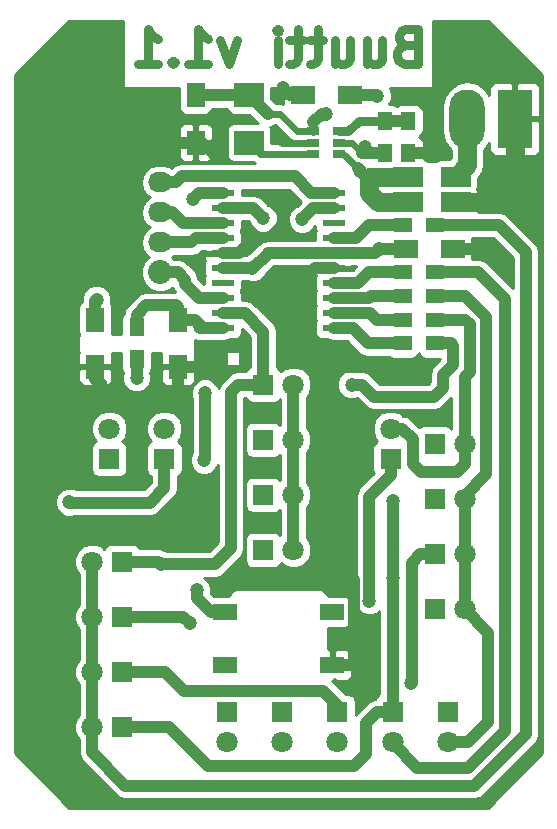
<source format=gbr>
G04 #@! TF.FileFunction,Copper,L2,Bot,Signal*
%FSLAX46Y46*%
G04 Gerber Fmt 4.6, Leading zero omitted, Abs format (unit mm)*
G04 Created by KiCad (PCBNEW 4.0.5) date 02/22/18 20:10:39*
%MOMM*%
%LPD*%
G01*
G04 APERTURE LIST*
%ADD10C,0.100000*%
%ADD11C,0.750000*%
%ADD12R,1.800000X1.800000*%
%ADD13C,1.800000*%
%ADD14R,1.600000X2.000000*%
%ADD15R,2.000000X1.600000*%
%ADD16R,2.500000X1.700000*%
%ADD17R,2.500000X2.000000*%
%ADD18R,1.300000X1.500000*%
%ADD19R,1.500000X1.300000*%
%ADD20R,2.100000X1.400000*%
%ADD21R,1.060000X0.650000*%
%ADD22R,1.950000X0.600000*%
%ADD23R,3.000000X5.000000*%
%ADD24O,3.000000X5.000000*%
%ADD25C,2.032000*%
%ADD26O,2.032000X1.727200*%
%ADD27C,1.200000*%
%ADD28C,1.000000*%
%ADD29C,1.600000*%
%ADD30C,0.600000*%
%ADD31C,0.800000*%
%ADD32C,0.254000*%
G04 APERTURE END LIST*
D10*
D11*
X127785714Y-39785714D02*
X127357143Y-39928571D01*
X127214286Y-40071429D01*
X127071429Y-40357143D01*
X127071429Y-40785714D01*
X127214286Y-41071429D01*
X127357143Y-41214286D01*
X127642857Y-41357143D01*
X128785714Y-41357143D01*
X128785714Y-38357143D01*
X127785714Y-38357143D01*
X127500000Y-38500000D01*
X127357143Y-38642857D01*
X127214286Y-38928571D01*
X127214286Y-39214286D01*
X127357143Y-39500000D01*
X127500000Y-39642857D01*
X127785714Y-39785714D01*
X128785714Y-39785714D01*
X124500000Y-39357143D02*
X124500000Y-41357143D01*
X125785714Y-39357143D02*
X125785714Y-40928571D01*
X125642857Y-41214286D01*
X125357143Y-41357143D01*
X124928571Y-41357143D01*
X124642857Y-41214286D01*
X124500000Y-41071429D01*
X121785714Y-39357143D02*
X121785714Y-41357143D01*
X123071428Y-39357143D02*
X123071428Y-40928571D01*
X122928571Y-41214286D01*
X122642857Y-41357143D01*
X122214285Y-41357143D01*
X121928571Y-41214286D01*
X121785714Y-41071429D01*
X120785714Y-39357143D02*
X119642857Y-39357143D01*
X120357142Y-38357143D02*
X120357142Y-40928571D01*
X120214285Y-41214286D01*
X119928571Y-41357143D01*
X119642857Y-41357143D01*
X119071428Y-39357143D02*
X117928571Y-39357143D01*
X118642856Y-38357143D02*
X118642856Y-40928571D01*
X118499999Y-41214286D01*
X118214285Y-41357143D01*
X117928571Y-41357143D01*
X116928570Y-41357143D02*
X116928570Y-39357143D01*
X116928570Y-38357143D02*
X117071427Y-38500000D01*
X116928570Y-38642857D01*
X116785713Y-38500000D01*
X116928570Y-38357143D01*
X116928570Y-38642857D01*
X113500000Y-39357143D02*
X112785714Y-41357143D01*
X112071428Y-39357143D01*
X109357143Y-41357143D02*
X111071428Y-41357143D01*
X110214286Y-41357143D02*
X110214286Y-38357143D01*
X110500000Y-38785714D01*
X110785714Y-39071429D01*
X111071428Y-39214286D01*
X108071428Y-41071429D02*
X107928571Y-41214286D01*
X108071428Y-41357143D01*
X108214285Y-41214286D01*
X108071428Y-41071429D01*
X108071428Y-41357143D01*
X105071429Y-41357143D02*
X106785714Y-41357143D01*
X105928572Y-41357143D02*
X105928572Y-38357143D01*
X106214286Y-38785714D01*
X106500000Y-39071429D01*
X106785714Y-39214286D01*
D12*
X115725000Y-77835000D03*
D13*
X118265000Y-77835000D03*
D14*
X101500000Y-63000000D03*
X101500000Y-67000000D03*
D15*
X127770000Y-57000000D03*
X131770000Y-57000000D03*
X123050000Y-44000000D03*
X119050000Y-44000000D03*
D16*
X128000000Y-50900000D03*
X132000000Y-50900000D03*
D12*
X103770000Y-83495000D03*
D13*
X101230000Y-83495000D03*
D12*
X103770000Y-88165000D03*
D13*
X101230000Y-88165000D03*
D12*
X103770000Y-92835000D03*
D13*
X101230000Y-92835000D03*
D12*
X103770000Y-97505000D03*
D13*
X101230000Y-97505000D03*
D12*
X112660000Y-96230000D03*
D13*
X112660000Y-98770000D03*
D12*
X117330000Y-96230000D03*
D13*
X117330000Y-98770000D03*
D12*
X122000000Y-96230000D03*
D13*
X122000000Y-98770000D03*
D12*
X126670000Y-96230000D03*
D13*
X126670000Y-98770000D03*
D12*
X131340000Y-96230000D03*
D13*
X131340000Y-98770000D03*
D12*
X130230000Y-87505000D03*
D13*
X132770000Y-87505000D03*
D12*
X130230000Y-82835000D03*
D13*
X132770000Y-82835000D03*
D12*
X130230000Y-78165000D03*
D13*
X132770000Y-78165000D03*
D12*
X130230000Y-73495000D03*
D13*
X132770000Y-73495000D03*
D12*
X126495000Y-74765000D03*
D13*
X126495000Y-72225000D03*
D12*
X107345000Y-74765000D03*
D13*
X107345000Y-72225000D03*
D12*
X102675000Y-74765000D03*
D13*
X102675000Y-72225000D03*
D12*
X115725000Y-68495000D03*
D13*
X118265000Y-68495000D03*
D12*
X115725000Y-73165000D03*
D13*
X118265000Y-73165000D03*
D12*
X115725000Y-82505000D03*
D13*
X118265000Y-82505000D03*
D17*
X114500000Y-44000000D03*
X114500000Y-48000000D03*
D18*
X126000000Y-46150000D03*
X126000000Y-48850000D03*
X128000000Y-48850000D03*
X128000000Y-46150000D03*
D19*
X130225000Y-55000000D03*
X127525000Y-55000000D03*
X130225000Y-59000000D03*
X127525000Y-59000000D03*
X130225000Y-61000000D03*
X127525000Y-61000000D03*
X130225000Y-63000000D03*
X127525000Y-63000000D03*
X130225000Y-65000000D03*
X127525000Y-65000000D03*
D20*
X121550000Y-87750000D03*
X112450000Y-87750000D03*
X121550000Y-92250000D03*
X112450000Y-92250000D03*
D21*
X119900000Y-48950000D03*
X119900000Y-48000000D03*
X119900000Y-47050000D03*
X122100000Y-47050000D03*
X122100000Y-48950000D03*
X122100000Y-48000000D03*
D14*
X110000000Y-44000000D03*
X110000000Y-48000000D03*
X108500000Y-63000000D03*
X108500000Y-67000000D03*
D22*
X112300000Y-63715000D03*
X112300000Y-62445000D03*
X112300000Y-61175000D03*
X112300000Y-59905000D03*
X112300000Y-58635000D03*
X112300000Y-57365000D03*
X112300000Y-56095000D03*
X112300000Y-54825000D03*
X112300000Y-53555000D03*
X112300000Y-52285000D03*
X121700000Y-52285000D03*
X121700000Y-53555000D03*
X121700000Y-54825000D03*
X121700000Y-56095000D03*
X121700000Y-57365000D03*
X121700000Y-58635000D03*
X121700000Y-59905000D03*
X121700000Y-61175000D03*
X121700000Y-62445000D03*
X121700000Y-63715000D03*
D23*
X137000000Y-46000000D03*
D24*
X133000000Y-46000000D03*
D25*
X107000000Y-59000000D03*
D26*
X107000000Y-56460000D03*
X107000000Y-53920000D03*
X107000000Y-51380000D03*
D18*
X105000000Y-66350000D03*
X105000000Y-63650000D03*
D16*
X128000000Y-53050000D03*
X132000000Y-53050000D03*
D27*
X134200000Y-57000000D03*
X117350000Y-47750000D03*
X117350000Y-43400000D03*
X129650000Y-48850000D03*
X114750000Y-56300000D03*
X111600000Y-49100000D03*
X110800000Y-66900000D03*
X102000000Y-68500000D03*
X128250000Y-67500000D03*
X118500000Y-60800000D03*
X124350000Y-48350000D03*
X125350000Y-44050000D03*
X125530000Y-57030000D03*
X114800000Y-58600000D03*
X101600000Y-61300000D03*
X105000000Y-67900000D03*
X107040000Y-83710000D03*
X115700000Y-54400000D03*
X110800000Y-69200000D03*
X110700000Y-74900000D03*
X109500000Y-88710000D03*
X124695000Y-86785000D03*
X99300000Y-78450000D03*
X109800000Y-52750000D03*
X128240000Y-93800000D03*
X119000000Y-54500000D03*
X126670000Y-84890000D03*
X126680000Y-78370000D03*
X123925000Y-50375000D03*
X121050000Y-45550000D03*
X110070000Y-85920000D03*
X110400000Y-63600000D03*
X123200000Y-68500000D03*
D28*
X123375000Y-92100000D02*
X123375000Y-85000000D01*
X119875000Y-66975000D02*
X121550000Y-68650000D01*
X121550000Y-82125000D02*
X121550000Y-68650000D01*
X123375000Y-92100000D02*
X123225000Y-92250000D01*
X123225000Y-92250000D02*
X121550000Y-92250000D01*
X121550000Y-83175000D02*
X123125000Y-84750000D01*
X121550000Y-82125000D02*
X121550000Y-83175000D01*
X123375000Y-85000000D02*
X123125000Y-84750000D01*
D29*
X137000000Y-52300000D02*
X137000000Y-46000000D01*
X136250000Y-53050000D02*
X137000000Y-52300000D01*
X132000000Y-53050000D02*
X136250000Y-53050000D01*
D28*
X131770000Y-57000000D02*
X134200000Y-57000000D01*
D30*
X119900000Y-48000000D02*
X117600000Y-48000000D01*
X117600000Y-48000000D02*
X117350000Y-47750000D01*
D28*
X117950000Y-44000000D02*
X117350000Y-43400000D01*
X119050000Y-44000000D02*
X117950000Y-44000000D01*
X128000000Y-48850000D02*
X129650000Y-48850000D01*
X110500000Y-48000000D02*
X111600000Y-49100000D01*
X114750000Y-56300000D02*
X114725000Y-56275000D01*
X114725000Y-56275000D02*
X114750000Y-56300000D01*
X114750000Y-56300000D02*
X114750000Y-56250000D01*
X110000000Y-48000000D02*
X110500000Y-48000000D01*
X98600000Y-50000000D02*
X100550000Y-48050000D01*
X100500000Y-70100000D02*
X98600000Y-68200000D01*
X98600000Y-68200000D02*
X98600000Y-50000000D01*
X102700000Y-70100000D02*
X100500000Y-70100000D01*
X100550000Y-48050000D02*
X109950000Y-48050000D01*
X109950000Y-48050000D02*
X110000000Y-48000000D01*
X108500000Y-67000000D02*
X110700000Y-67000000D01*
X110700000Y-67000000D02*
X110800000Y-66900000D01*
X102000000Y-68500000D02*
X102000000Y-69400000D01*
X108500000Y-68800000D02*
X108500000Y-67000000D01*
X107200000Y-70100000D02*
X108500000Y-68800000D01*
X102700000Y-70100000D02*
X107200000Y-70100000D01*
X102000000Y-69400000D02*
X102700000Y-70100000D01*
X113635000Y-57365000D02*
X114750000Y-56250000D01*
X113635000Y-57365000D02*
X112300000Y-57365000D01*
X101500000Y-68000000D02*
X102000000Y-68500000D01*
X101500000Y-67000000D02*
X101500000Y-68000000D01*
X120065000Y-58635000D02*
X121700000Y-58635000D01*
X119300000Y-59400000D02*
X120065000Y-58635000D01*
X127725000Y-66975000D02*
X128250000Y-67500000D01*
X119875000Y-66975000D02*
X127725000Y-66975000D01*
X118300000Y-60800000D02*
X118500000Y-60800000D01*
X118300000Y-60800000D02*
X118400000Y-60800000D01*
X118400000Y-60800000D02*
X118300000Y-60800000D01*
X119875000Y-66975000D02*
X118300000Y-65400000D01*
X118300000Y-65400000D02*
X118300000Y-60800000D01*
X118300000Y-60800000D02*
X118300000Y-59800000D01*
X118300000Y-59800000D02*
X118700000Y-59400000D01*
X118700000Y-59400000D02*
X119300000Y-59400000D01*
X124250000Y-48850000D02*
X124250000Y-48450000D01*
X124250000Y-48450000D02*
X124350000Y-48350000D01*
X123050000Y-44000000D02*
X125300000Y-44000000D01*
X125300000Y-44000000D02*
X125350000Y-44050000D01*
X125530000Y-57000000D02*
X125530000Y-57030000D01*
X123050000Y-44000000D02*
X123100000Y-44000000D01*
X101500000Y-63000000D02*
X101500000Y-61400000D01*
X114800000Y-58635000D02*
X114865000Y-58635000D01*
X114800000Y-58600000D02*
X114800000Y-58635000D01*
X101500000Y-61400000D02*
X101600000Y-61300000D01*
X121700000Y-57365000D02*
X116135000Y-57365000D01*
X116100000Y-57400000D02*
X114865000Y-58635000D01*
X116135000Y-57365000D02*
X116100000Y-57400000D01*
X114865000Y-58635000D02*
X114300000Y-58635000D01*
X114300000Y-58635000D02*
X112300000Y-58635000D01*
X125600000Y-57100000D02*
X125530000Y-57030000D01*
X121700000Y-57365000D02*
X125165000Y-57365000D01*
X125165000Y-57365000D02*
X125530000Y-57000000D01*
X125530000Y-57000000D02*
X127770000Y-57000000D01*
X105000000Y-66350000D02*
X105000000Y-67900000D01*
D30*
X122100000Y-48000000D02*
X123250000Y-48000000D01*
D28*
X124100000Y-48850000D02*
X124250000Y-48850000D01*
X124250000Y-48850000D02*
X126000000Y-48850000D01*
D30*
X123250000Y-48000000D02*
X124100000Y-48850000D01*
D29*
X133000000Y-46000000D02*
X133000000Y-49900000D01*
X133000000Y-49900000D02*
X132000000Y-50900000D01*
D30*
X117700000Y-48950000D02*
X115450000Y-48950000D01*
X115450000Y-48950000D02*
X114500000Y-48000000D01*
X117200000Y-48950000D02*
X117700000Y-48950000D01*
X117700000Y-48950000D02*
X119900000Y-48950000D01*
D28*
X113000000Y-72100000D02*
X113000000Y-69100000D01*
X113605000Y-68495000D02*
X115725000Y-68495000D01*
X113000000Y-69100000D02*
X113605000Y-68495000D01*
X113000000Y-82300000D02*
X111590000Y-83710000D01*
X113000000Y-72100000D02*
X113000000Y-82300000D01*
X112300000Y-62445000D02*
X114145000Y-62445000D01*
X115725000Y-64025000D02*
X115725000Y-68495000D01*
X114145000Y-62445000D02*
X115725000Y-64025000D01*
X107040000Y-83710000D02*
X111590000Y-83710000D01*
X103770000Y-83495000D02*
X106825000Y-83495000D01*
X106825000Y-83495000D02*
X107040000Y-83710000D01*
X130225000Y-55000000D02*
X135650000Y-55000000D01*
X137950000Y-57300000D02*
X135650000Y-55000000D01*
X101230000Y-99630000D02*
X101230000Y-97505000D01*
X137950000Y-98100000D02*
X137950000Y-57300000D01*
X133600000Y-102450000D02*
X137950000Y-98100000D01*
X104050000Y-102450000D02*
X133600000Y-102450000D01*
X101230000Y-99630000D02*
X104050000Y-102450000D01*
X101230000Y-83495000D02*
X101230000Y-88165000D01*
X101230000Y-97505000D02*
X101230000Y-92835000D01*
X101230000Y-92835000D02*
X101230000Y-88165000D01*
X110800000Y-72800000D02*
X110800000Y-69200000D01*
X114855000Y-53555000D02*
X112300000Y-53555000D01*
X115700000Y-54400000D02*
X114855000Y-53555000D01*
X110700000Y-74900000D02*
X110800000Y-74800000D01*
X110800000Y-74800000D02*
X110800000Y-72800000D01*
X110800000Y-72800000D02*
X110800000Y-71900000D01*
X103770000Y-88165000D02*
X108955000Y-88165000D01*
X108955000Y-88165000D02*
X109500000Y-88710000D01*
X126495000Y-74765000D02*
X126495000Y-76155000D01*
X124660000Y-77990000D02*
X126495000Y-76155000D01*
X124660000Y-86750000D02*
X124660000Y-77990000D01*
X124660000Y-86750000D02*
X124695000Y-86785000D01*
X112300000Y-52285000D02*
X110265000Y-52285000D01*
X107345000Y-77255000D02*
X107345000Y-74765000D01*
X106100000Y-78500000D02*
X107345000Y-77255000D01*
X99350000Y-78500000D02*
X106100000Y-78500000D01*
X99300000Y-78450000D02*
X99350000Y-78500000D01*
X110265000Y-52285000D02*
X109800000Y-52750000D01*
X107345000Y-74765000D02*
X107345000Y-75655000D01*
X122000000Y-96230000D02*
X122000000Y-95600000D01*
X122000000Y-95600000D02*
X120800000Y-94400000D01*
X107435000Y-92835000D02*
X103770000Y-92835000D01*
X109000000Y-94400000D02*
X107435000Y-92835000D01*
X120800000Y-94400000D02*
X109000000Y-94400000D01*
X128240000Y-93800000D02*
X128280000Y-93760000D01*
X128280000Y-93760000D02*
X128280000Y-83560000D01*
X128280000Y-83560000D02*
X129005000Y-82835000D01*
X129005000Y-82835000D02*
X130230000Y-82835000D01*
X119945000Y-53555000D02*
X121700000Y-53555000D01*
X119000000Y-54500000D02*
X119945000Y-53555000D01*
X103770000Y-97505000D02*
X107755000Y-97505000D01*
X125320000Y-96230000D02*
X126670000Y-96230000D01*
X124430000Y-97120000D02*
X125320000Y-96230000D01*
X124430000Y-99790000D02*
X124430000Y-97120000D01*
X123410000Y-100810000D02*
X124430000Y-99790000D01*
X111060000Y-100810000D02*
X123410000Y-100810000D01*
X107755000Y-97505000D02*
X111060000Y-100810000D01*
X126670000Y-96230000D02*
X126670000Y-84890000D01*
X126670000Y-84890000D02*
X126670000Y-78380000D01*
X126670000Y-78380000D02*
X126680000Y-78370000D01*
X132770000Y-78165000D02*
X132770000Y-77930000D01*
X132770000Y-77930000D02*
X134600000Y-76100000D01*
X134600000Y-76100000D02*
X134600000Y-62790000D01*
X132770000Y-78165000D02*
X132770000Y-82835000D01*
X132770000Y-82835000D02*
X132770000Y-87505000D01*
X132770000Y-87505000D02*
X134780000Y-89515000D01*
X134780000Y-89515000D02*
X134780000Y-97070000D01*
X134780000Y-97070000D02*
X133080000Y-98770000D01*
X133080000Y-98770000D02*
X131340000Y-98770000D01*
X132810000Y-61000000D02*
X134600000Y-62790000D01*
X130225000Y-61000000D02*
X132810000Y-61000000D01*
X121700000Y-56095000D02*
X123605000Y-56095000D01*
X124700000Y-55000000D02*
X127525000Y-55000000D01*
X123605000Y-56095000D02*
X124700000Y-55000000D01*
X121700000Y-59905000D02*
X123745000Y-59905000D01*
X124650000Y-59000000D02*
X127525000Y-59000000D01*
X123745000Y-59905000D02*
X124650000Y-59000000D01*
X121700000Y-61175000D02*
X124675000Y-61175000D01*
X124850000Y-61000000D02*
X127525000Y-61000000D01*
X124675000Y-61175000D02*
X124850000Y-61000000D01*
X121700000Y-62445000D02*
X124795000Y-62445000D01*
X125350000Y-63000000D02*
X127525000Y-63000000D01*
X124795000Y-62445000D02*
X125350000Y-63000000D01*
X126050000Y-65000000D02*
X127525000Y-65000000D01*
X121700000Y-63715000D02*
X123275000Y-63715000D01*
X124560000Y-65000000D02*
X126050000Y-65000000D01*
X123275000Y-63715000D02*
X124560000Y-65000000D01*
X124650000Y-50900000D02*
X124450000Y-50900000D01*
X124450000Y-50900000D02*
X123925000Y-50375000D01*
D29*
X125650000Y-53050000D02*
X125450000Y-53050000D01*
X125450000Y-53050000D02*
X124650000Y-52250000D01*
X124650000Y-52250000D02*
X124650000Y-50900000D01*
X128000000Y-53050000D02*
X125650000Y-53050000D01*
X128000000Y-50900000D02*
X124650000Y-50900000D01*
D28*
X119900000Y-46300000D02*
X120650000Y-45550000D01*
D30*
X120650000Y-45550000D02*
X121050000Y-45550000D01*
D31*
X119900000Y-46300000D02*
X119900000Y-47050000D01*
D28*
X114500000Y-44000000D02*
X110000000Y-44000000D01*
D30*
X119900000Y-47050000D02*
X118550000Y-47050000D01*
X117950000Y-46450000D02*
X117100000Y-45600000D01*
X118550000Y-47050000D02*
X117950000Y-46450000D01*
X117100000Y-45600000D02*
X116100000Y-45600000D01*
D28*
X116100000Y-45600000D02*
X114500000Y-44000000D01*
D30*
X122100000Y-48950000D02*
X122500000Y-48950000D01*
X122500000Y-48950000D02*
X123700000Y-50150000D01*
D28*
X123925000Y-50375000D02*
X123700000Y-50150000D01*
X112450000Y-87750000D02*
X111260000Y-87750000D01*
X110070000Y-86560000D02*
X110070000Y-85920000D01*
X110515000Y-63715000D02*
X110615000Y-63715000D01*
X110400000Y-63600000D02*
X110515000Y-63715000D01*
X111260000Y-87750000D02*
X110070000Y-86560000D01*
X105000000Y-63650000D02*
X105000000Y-62600000D01*
X105000000Y-62600000D02*
X105800000Y-61800000D01*
X105800000Y-61800000D02*
X108350000Y-61800000D01*
X108500000Y-61950000D02*
X108500000Y-63000000D01*
X108350000Y-61800000D02*
X108500000Y-61950000D01*
X112300000Y-63715000D02*
X110615000Y-63715000D01*
X109900000Y-63000000D02*
X108500000Y-63000000D01*
X110615000Y-63715000D02*
X109900000Y-63000000D01*
X136200000Y-81300000D02*
X136200000Y-61290000D01*
X136200000Y-61290000D02*
X133910000Y-59000000D01*
X132600000Y-100930000D02*
X133070000Y-100930000D01*
X136200000Y-97800000D02*
X136200000Y-81300000D01*
X136200000Y-81300000D02*
X136200000Y-79400000D01*
X133070000Y-100930000D02*
X136200000Y-97800000D01*
X133910000Y-59000000D02*
X130225000Y-59000000D01*
X128740000Y-100930000D02*
X132600000Y-100930000D01*
X126670000Y-98770000D02*
X126670000Y-98860000D01*
X126670000Y-98860000D02*
X128740000Y-100930000D01*
X132770000Y-73495000D02*
X132770000Y-67830000D01*
X132770000Y-67830000D02*
X133200000Y-67400000D01*
X126495000Y-72225000D02*
X127455000Y-72225000D01*
X132770000Y-75250000D02*
X132770000Y-73495000D01*
X132150000Y-75870000D02*
X132770000Y-75250000D01*
X129060000Y-75870000D02*
X132150000Y-75870000D01*
X128370000Y-75180000D02*
X129060000Y-75870000D01*
X128370000Y-73140000D02*
X128370000Y-75180000D01*
X127455000Y-72225000D02*
X128370000Y-73140000D01*
X133200000Y-63380000D02*
X132820000Y-63000000D01*
X133200000Y-67400000D02*
X133200000Y-63380000D01*
X132820000Y-63000000D02*
X130225000Y-63000000D01*
X123200000Y-68500000D02*
X124050000Y-68500000D01*
X130950000Y-68750000D02*
X130950000Y-67650000D01*
X130150000Y-69550000D02*
X130950000Y-68750000D01*
X125100000Y-69550000D02*
X130150000Y-69550000D01*
X124050000Y-68500000D02*
X125100000Y-69550000D01*
X131800000Y-66800000D02*
X131800000Y-65200000D01*
X131800000Y-65200000D02*
X131600000Y-65000000D01*
X131600000Y-65000000D02*
X130225000Y-65000000D01*
X130950000Y-67650000D02*
X131800000Y-66800000D01*
X118265000Y-73165000D02*
X118265000Y-68495000D01*
X118265000Y-77835000D02*
X118265000Y-73165000D01*
X118265000Y-82505000D02*
X118265000Y-77835000D01*
X112300000Y-61175000D02*
X110275000Y-61175000D01*
X108500000Y-59000000D02*
X107000000Y-59000000D01*
X109100000Y-59600000D02*
X108500000Y-59000000D01*
X109100000Y-60000000D02*
X109100000Y-59600000D01*
X110275000Y-61175000D02*
X109100000Y-60000000D01*
X112300000Y-56095000D02*
X110005000Y-56095000D01*
X109640000Y-56460000D02*
X107000000Y-56460000D01*
X110005000Y-56095000D02*
X109640000Y-56460000D01*
X109625000Y-54825000D02*
X108925000Y-54825000D01*
X110500000Y-54825000D02*
X109625000Y-54825000D01*
X108020000Y-53920000D02*
X107000000Y-53920000D01*
X108925000Y-54825000D02*
X108020000Y-53920000D01*
X112300000Y-54825000D02*
X110500000Y-54825000D01*
X110500000Y-54825000D02*
X110425000Y-54825000D01*
X108825000Y-50875000D02*
X118375000Y-50875000D01*
X118375000Y-50875000D02*
X119785000Y-52285000D01*
X121700000Y-52285000D02*
X119785000Y-52285000D01*
X108320000Y-51380000D02*
X107000000Y-51380000D01*
X108825000Y-50875000D02*
X108320000Y-51380000D01*
D31*
X122100000Y-47050000D02*
X122900000Y-47050000D01*
X123800000Y-46150000D02*
X126000000Y-46150000D01*
X122900000Y-47050000D02*
X123800000Y-46150000D01*
D28*
X128000000Y-46150000D02*
X126000000Y-46150000D01*
D32*
G36*
X103873000Y-43402000D02*
X108560717Y-43402000D01*
X108560717Y-45000000D01*
X108604437Y-45232352D01*
X108741757Y-45445753D01*
X108951283Y-45588917D01*
X109200000Y-45639283D01*
X110800000Y-45639283D01*
X111032352Y-45595563D01*
X111245753Y-45458243D01*
X111388917Y-45248717D01*
X111413565Y-45127000D01*
X112634614Y-45127000D01*
X112654437Y-45232352D01*
X112791757Y-45445753D01*
X113001283Y-45588917D01*
X113250000Y-45639283D01*
X114545464Y-45639283D01*
X115266898Y-46360717D01*
X113250000Y-46360717D01*
X113017648Y-46404437D01*
X112804247Y-46541757D01*
X112661083Y-46751283D01*
X112610717Y-47000000D01*
X112610717Y-49000000D01*
X112654437Y-49232352D01*
X112791757Y-49445753D01*
X113001283Y-49588917D01*
X113250000Y-49639283D01*
X114845090Y-49639283D01*
X115007796Y-49748000D01*
X108825000Y-49748000D01*
X108393716Y-49833788D01*
X108028091Y-50078091D01*
X107963807Y-50142375D01*
X107755016Y-50002865D01*
X107184588Y-49889400D01*
X106815412Y-49889400D01*
X106244984Y-50002865D01*
X105761399Y-50325987D01*
X105438277Y-50809572D01*
X105324812Y-51380000D01*
X105438277Y-51950428D01*
X105761399Y-52434013D01*
X106084646Y-52650000D01*
X105761399Y-52865987D01*
X105438277Y-53349572D01*
X105324812Y-53920000D01*
X105438277Y-54490428D01*
X105761399Y-54974013D01*
X106084646Y-55190000D01*
X105761399Y-55405987D01*
X105438277Y-55889572D01*
X105324812Y-56460000D01*
X105438277Y-57030428D01*
X105761399Y-57514013D01*
X106001972Y-57674759D01*
X105607945Y-58068100D01*
X105357286Y-58671753D01*
X105356716Y-59325379D01*
X105606320Y-59929469D01*
X106068100Y-60392055D01*
X106671753Y-60642714D01*
X107325379Y-60643284D01*
X107929469Y-60393680D01*
X108031123Y-60292203D01*
X108058788Y-60431284D01*
X108220298Y-60673000D01*
X105800000Y-60673000D01*
X105368716Y-60758788D01*
X105003091Y-61003091D01*
X104203091Y-61803091D01*
X103958788Y-62168716D01*
X103904510Y-62441588D01*
X103904247Y-62441757D01*
X103761083Y-62651283D01*
X103710717Y-62900000D01*
X103710717Y-64173000D01*
X102904250Y-64173000D01*
X102939283Y-64000000D01*
X102939283Y-62000000D01*
X102895563Y-61767648D01*
X102797604Y-61615415D01*
X102826786Y-61545136D01*
X102827212Y-61057005D01*
X102640806Y-60605869D01*
X102295947Y-60260407D01*
X101845136Y-60073214D01*
X101357005Y-60072788D01*
X100905869Y-60259194D01*
X100560407Y-60604053D01*
X100373214Y-61054864D01*
X100372856Y-61465434D01*
X100254247Y-61541757D01*
X100111083Y-61751283D01*
X100060717Y-62000000D01*
X100060717Y-64000000D01*
X100104437Y-64232352D01*
X100141353Y-64289721D01*
X100111447Y-64308965D01*
X100083006Y-64350590D01*
X100073000Y-64400000D01*
X100073000Y-65700000D01*
X100081685Y-65746159D01*
X100103672Y-65780328D01*
X100065000Y-65873691D01*
X100065000Y-66714250D01*
X100223750Y-66873000D01*
X101373000Y-66873000D01*
X101373000Y-66853000D01*
X101627000Y-66853000D01*
X101627000Y-66873000D01*
X102776250Y-66873000D01*
X102935000Y-66714250D01*
X102935000Y-65873691D01*
X102915660Y-65827000D01*
X103710717Y-65827000D01*
X103710717Y-67100000D01*
X103754437Y-67332352D01*
X103847244Y-67476579D01*
X103773214Y-67654864D01*
X103772788Y-68142995D01*
X103959194Y-68594131D01*
X104304053Y-68939593D01*
X104754864Y-69126786D01*
X105242995Y-69127212D01*
X105694131Y-68940806D01*
X106039593Y-68595947D01*
X106226786Y-68145136D01*
X106227212Y-67657005D01*
X106152243Y-67475567D01*
X106238917Y-67348717D01*
X106251668Y-67285750D01*
X107065000Y-67285750D01*
X107065000Y-68126309D01*
X107161673Y-68359698D01*
X107340301Y-68538327D01*
X107573690Y-68635000D01*
X108214250Y-68635000D01*
X108373000Y-68476250D01*
X108373000Y-67127000D01*
X108627000Y-67127000D01*
X108627000Y-68476250D01*
X108785750Y-68635000D01*
X109426310Y-68635000D01*
X109659699Y-68538327D01*
X109838327Y-68359698D01*
X109935000Y-68126309D01*
X109935000Y-67285750D01*
X109776250Y-67127000D01*
X108627000Y-67127000D01*
X108373000Y-67127000D01*
X107223750Y-67127000D01*
X107065000Y-67285750D01*
X106251668Y-67285750D01*
X106289283Y-67100000D01*
X106289283Y-65827000D01*
X107084340Y-65827000D01*
X107065000Y-65873691D01*
X107065000Y-66714250D01*
X107223750Y-66873000D01*
X108373000Y-66873000D01*
X108373000Y-66853000D01*
X108627000Y-66853000D01*
X108627000Y-66873000D01*
X109776250Y-66873000D01*
X109935000Y-66714250D01*
X109935000Y-65873691D01*
X109896155Y-65779910D01*
X109916590Y-65750000D01*
X112523000Y-65750000D01*
X112523000Y-66800000D01*
X112531685Y-66846159D01*
X112558965Y-66888553D01*
X112600590Y-66916994D01*
X112650000Y-66927000D01*
X113650000Y-66927000D01*
X113696159Y-66918315D01*
X113738553Y-66891035D01*
X113766994Y-66849410D01*
X113777000Y-66800000D01*
X113777000Y-65750000D01*
X113768315Y-65703841D01*
X113741035Y-65661447D01*
X113699410Y-65633006D01*
X113650000Y-65623000D01*
X112650000Y-65623000D01*
X112603841Y-65631685D01*
X112561447Y-65658965D01*
X112533006Y-65700590D01*
X112523000Y-65750000D01*
X109916590Y-65750000D01*
X109916994Y-65749410D01*
X109927000Y-65700000D01*
X109927000Y-64732169D01*
X110154864Y-64826786D01*
X110439764Y-64827035D01*
X110515000Y-64842000D01*
X112300000Y-64842000D01*
X112731284Y-64756212D01*
X112883831Y-64654283D01*
X113275000Y-64654283D01*
X113507352Y-64610563D01*
X113720753Y-64473243D01*
X113863917Y-64263717D01*
X113914283Y-64015000D01*
X113914283Y-63808101D01*
X114598000Y-64491819D01*
X114598000Y-66998430D01*
X114592648Y-66999437D01*
X114379247Y-67136757D01*
X114236083Y-67346283D01*
X114231685Y-67368000D01*
X113605000Y-67368000D01*
X113173716Y-67453788D01*
X112808091Y-67698091D01*
X112203091Y-68303091D01*
X111958788Y-68668716D01*
X111942314Y-68751536D01*
X111840806Y-68505869D01*
X111495947Y-68160407D01*
X111045136Y-67973214D01*
X110557005Y-67972788D01*
X110105869Y-68159194D01*
X109760407Y-68504053D01*
X109573214Y-68954864D01*
X109572788Y-69442995D01*
X109673000Y-69685526D01*
X109673000Y-74191482D01*
X109660407Y-74204053D01*
X109473214Y-74654864D01*
X109472788Y-75142995D01*
X109659194Y-75594131D01*
X110004053Y-75939593D01*
X110454864Y-76126786D01*
X110942995Y-76127212D01*
X111394131Y-75940806D01*
X111739593Y-75595947D01*
X111873000Y-75274667D01*
X111873000Y-81833182D01*
X111123182Y-82583000D01*
X107525447Y-82583000D01*
X107325254Y-82499873D01*
X107256284Y-82453788D01*
X106825000Y-82368000D01*
X105266570Y-82368000D01*
X105265563Y-82362648D01*
X105128243Y-82149247D01*
X104918717Y-82006083D01*
X104670000Y-81955717D01*
X102870000Y-81955717D01*
X102637648Y-81999437D01*
X102424247Y-82136757D01*
X102281083Y-82346283D01*
X102274308Y-82379740D01*
X102096106Y-82201227D01*
X101535072Y-81968265D01*
X100927593Y-81967735D01*
X100366154Y-82199717D01*
X99936227Y-82628894D01*
X99703265Y-83189928D01*
X99702735Y-83797407D01*
X99934717Y-84358846D01*
X100103000Y-84527423D01*
X100103000Y-87132412D01*
X99936227Y-87298894D01*
X99703265Y-87859928D01*
X99702735Y-88467407D01*
X99934717Y-89028846D01*
X100103000Y-89197423D01*
X100103000Y-91802412D01*
X99936227Y-91968894D01*
X99703265Y-92529928D01*
X99702735Y-93137407D01*
X99934717Y-93698846D01*
X100103000Y-93867423D01*
X100103000Y-96472412D01*
X99936227Y-96638894D01*
X99703265Y-97199928D01*
X99702735Y-97807407D01*
X99934717Y-98368846D01*
X100103000Y-98537423D01*
X100103000Y-99630000D01*
X100188788Y-100061284D01*
X100433091Y-100426909D01*
X103253090Y-103246909D01*
X103618716Y-103491212D01*
X104050000Y-103577000D01*
X133600000Y-103577000D01*
X134031284Y-103491212D01*
X134396909Y-103246909D01*
X138746909Y-98896909D01*
X138991212Y-98531284D01*
X139077000Y-98100000D01*
X139077000Y-57300000D01*
X138991212Y-56868716D01*
X138746909Y-56503091D01*
X136446909Y-54203091D01*
X136081284Y-53958788D01*
X135650000Y-53873000D01*
X133885000Y-53873000D01*
X133885000Y-53335750D01*
X133726250Y-53177000D01*
X132127000Y-53177000D01*
X132127000Y-53197000D01*
X131873000Y-53197000D01*
X131873000Y-53177000D01*
X131853000Y-53177000D01*
X131853000Y-52923000D01*
X131873000Y-52923000D01*
X131873000Y-52903000D01*
X132127000Y-52903000D01*
X132127000Y-52923000D01*
X133726250Y-52923000D01*
X133885000Y-52764250D01*
X133885000Y-52073690D01*
X133843852Y-51974349D01*
X133889283Y-51750000D01*
X133889283Y-51028800D01*
X134009042Y-50909041D01*
X134318376Y-50446089D01*
X134427000Y-49900000D01*
X134427000Y-48616739D01*
X134504016Y-48565278D01*
X134865000Y-48025028D01*
X134865000Y-48626310D01*
X134961673Y-48859699D01*
X135140302Y-49038327D01*
X135373691Y-49135000D01*
X136714250Y-49135000D01*
X136873000Y-48976250D01*
X136873000Y-46127000D01*
X137127000Y-46127000D01*
X137127000Y-48976250D01*
X137285750Y-49135000D01*
X138626309Y-49135000D01*
X138859698Y-49038327D01*
X139038327Y-48859699D01*
X139135000Y-48626310D01*
X139135000Y-46285750D01*
X138976250Y-46127000D01*
X137127000Y-46127000D01*
X136873000Y-46127000D01*
X136853000Y-46127000D01*
X136853000Y-45873000D01*
X136873000Y-45873000D01*
X136873000Y-43023750D01*
X137127000Y-43023750D01*
X137127000Y-45873000D01*
X138976250Y-45873000D01*
X139135000Y-45714250D01*
X139135000Y-43373690D01*
X139038327Y-43140301D01*
X138859698Y-42961673D01*
X138626309Y-42865000D01*
X137285750Y-42865000D01*
X137127000Y-43023750D01*
X136873000Y-43023750D01*
X136714250Y-42865000D01*
X135373691Y-42865000D01*
X135140302Y-42961673D01*
X134961673Y-43140301D01*
X134865000Y-43373690D01*
X134865000Y-43974972D01*
X134504016Y-43434722D01*
X133813968Y-42973646D01*
X133000000Y-42811738D01*
X132186032Y-42973646D01*
X131495984Y-43434722D01*
X131034908Y-44124770D01*
X130873000Y-44938738D01*
X130873000Y-47061262D01*
X131034908Y-47875230D01*
X131495984Y-48565278D01*
X131573000Y-48616739D01*
X131573000Y-49308917D01*
X131471201Y-49410717D01*
X130750000Y-49410717D01*
X130517648Y-49454437D01*
X130333396Y-49573000D01*
X129662512Y-49573000D01*
X129498717Y-49461083D01*
X129285000Y-49417805D01*
X129285000Y-49135750D01*
X129126250Y-48977000D01*
X128127000Y-48977000D01*
X128127000Y-48997000D01*
X127873000Y-48997000D01*
X127873000Y-48977000D01*
X127853000Y-48977000D01*
X127853000Y-48723000D01*
X127873000Y-48723000D01*
X127873000Y-48703000D01*
X128127000Y-48703000D01*
X128127000Y-48723000D01*
X129126250Y-48723000D01*
X129285000Y-48564250D01*
X129285000Y-47973691D01*
X129188327Y-47740302D01*
X129009699Y-47561673D01*
X128860171Y-47499737D01*
X128882352Y-47495563D01*
X129095753Y-47358243D01*
X129238917Y-47148717D01*
X129289283Y-46900000D01*
X129289283Y-45400000D01*
X129245563Y-45167648D01*
X129108243Y-44954247D01*
X128898717Y-44811083D01*
X128650000Y-44760717D01*
X127350000Y-44760717D01*
X127117648Y-44804437D01*
X126999890Y-44880212D01*
X126898717Y-44811083D01*
X126650000Y-44760717D01*
X126374797Y-44760717D01*
X126389593Y-44745947D01*
X126576786Y-44295136D01*
X126577212Y-43807005D01*
X126409867Y-43402000D01*
X130127000Y-43402000D01*
X130127000Y-37677000D01*
X134719578Y-37677000D01*
X139323000Y-42280422D01*
X139323000Y-99719578D01*
X134719578Y-104323000D01*
X99280422Y-104323000D01*
X94677000Y-99719578D01*
X94677000Y-78692995D01*
X98072788Y-78692995D01*
X98259194Y-79144131D01*
X98604053Y-79489593D01*
X99054864Y-79676786D01*
X99542995Y-79677212D01*
X99664517Y-79627000D01*
X106100000Y-79627000D01*
X106531284Y-79541212D01*
X106896909Y-79296909D01*
X108141909Y-78051909D01*
X108386212Y-77686284D01*
X108472000Y-77255000D01*
X108472000Y-76261570D01*
X108477352Y-76260563D01*
X108690753Y-76123243D01*
X108833917Y-75913717D01*
X108884283Y-75665000D01*
X108884283Y-73865000D01*
X108840563Y-73632648D01*
X108703243Y-73419247D01*
X108493717Y-73276083D01*
X108460260Y-73269308D01*
X108638773Y-73091106D01*
X108871735Y-72530072D01*
X108872265Y-71922593D01*
X108640283Y-71361154D01*
X108211106Y-70931227D01*
X107650072Y-70698265D01*
X107042593Y-70697735D01*
X106481154Y-70929717D01*
X106051227Y-71358894D01*
X105818265Y-71919928D01*
X105817735Y-72527407D01*
X106049717Y-73088846D01*
X106227250Y-73266689D01*
X106212648Y-73269437D01*
X105999247Y-73406757D01*
X105856083Y-73616283D01*
X105805717Y-73865000D01*
X105805717Y-75665000D01*
X105849437Y-75897352D01*
X105986757Y-76110753D01*
X106196283Y-76253917D01*
X106218000Y-76258315D01*
X106218000Y-76788182D01*
X105633182Y-77373000D01*
X99905861Y-77373000D01*
X99545136Y-77223214D01*
X99057005Y-77222788D01*
X98605869Y-77409194D01*
X98260407Y-77754053D01*
X98073214Y-78204864D01*
X98072788Y-78692995D01*
X94677000Y-78692995D01*
X94677000Y-73865000D01*
X101135717Y-73865000D01*
X101135717Y-75665000D01*
X101179437Y-75897352D01*
X101316757Y-76110753D01*
X101526283Y-76253917D01*
X101775000Y-76304283D01*
X103575000Y-76304283D01*
X103807352Y-76260563D01*
X104020753Y-76123243D01*
X104163917Y-75913717D01*
X104214283Y-75665000D01*
X104214283Y-73865000D01*
X104170563Y-73632648D01*
X104033243Y-73419247D01*
X103823717Y-73276083D01*
X103790260Y-73269308D01*
X103968773Y-73091106D01*
X104201735Y-72530072D01*
X104202265Y-71922593D01*
X103970283Y-71361154D01*
X103541106Y-70931227D01*
X102980072Y-70698265D01*
X102372593Y-70697735D01*
X101811154Y-70929717D01*
X101381227Y-71358894D01*
X101148265Y-71919928D01*
X101147735Y-72527407D01*
X101379717Y-73088846D01*
X101557250Y-73266689D01*
X101542648Y-73269437D01*
X101329247Y-73406757D01*
X101186083Y-73616283D01*
X101135717Y-73865000D01*
X94677000Y-73865000D01*
X94677000Y-67285750D01*
X100065000Y-67285750D01*
X100065000Y-68126309D01*
X100161673Y-68359698D01*
X100340301Y-68538327D01*
X100573690Y-68635000D01*
X101214250Y-68635000D01*
X101373000Y-68476250D01*
X101373000Y-67127000D01*
X101627000Y-67127000D01*
X101627000Y-68476250D01*
X101785750Y-68635000D01*
X102426310Y-68635000D01*
X102659699Y-68538327D01*
X102838327Y-68359698D01*
X102935000Y-68126309D01*
X102935000Y-67285750D01*
X102776250Y-67127000D01*
X101627000Y-67127000D01*
X101373000Y-67127000D01*
X100223750Y-67127000D01*
X100065000Y-67285750D01*
X94677000Y-67285750D01*
X94677000Y-48285750D01*
X108565000Y-48285750D01*
X108565000Y-49126309D01*
X108661673Y-49359698D01*
X108840301Y-49538327D01*
X109073690Y-49635000D01*
X109714250Y-49635000D01*
X109873000Y-49476250D01*
X109873000Y-48127000D01*
X110127000Y-48127000D01*
X110127000Y-49476250D01*
X110285750Y-49635000D01*
X110926310Y-49635000D01*
X111159699Y-49538327D01*
X111338327Y-49359698D01*
X111435000Y-49126309D01*
X111435000Y-48285750D01*
X111276250Y-48127000D01*
X110127000Y-48127000D01*
X109873000Y-48127000D01*
X108723750Y-48127000D01*
X108565000Y-48285750D01*
X94677000Y-48285750D01*
X94677000Y-46873691D01*
X108565000Y-46873691D01*
X108565000Y-47714250D01*
X108723750Y-47873000D01*
X109873000Y-47873000D01*
X109873000Y-46523750D01*
X110127000Y-46523750D01*
X110127000Y-47873000D01*
X111276250Y-47873000D01*
X111435000Y-47714250D01*
X111435000Y-46873691D01*
X111338327Y-46640302D01*
X111159699Y-46461673D01*
X110926310Y-46365000D01*
X110285750Y-46365000D01*
X110127000Y-46523750D01*
X109873000Y-46523750D01*
X109714250Y-46365000D01*
X109073690Y-46365000D01*
X108840301Y-46461673D01*
X108661673Y-46640302D01*
X108565000Y-46873691D01*
X94677000Y-46873691D01*
X94677000Y-42280422D01*
X99280422Y-37677000D01*
X103873000Y-37677000D01*
X103873000Y-43402000D01*
X103873000Y-43402000D01*
G37*
X103873000Y-43402000D02*
X108560717Y-43402000D01*
X108560717Y-45000000D01*
X108604437Y-45232352D01*
X108741757Y-45445753D01*
X108951283Y-45588917D01*
X109200000Y-45639283D01*
X110800000Y-45639283D01*
X111032352Y-45595563D01*
X111245753Y-45458243D01*
X111388917Y-45248717D01*
X111413565Y-45127000D01*
X112634614Y-45127000D01*
X112654437Y-45232352D01*
X112791757Y-45445753D01*
X113001283Y-45588917D01*
X113250000Y-45639283D01*
X114545464Y-45639283D01*
X115266898Y-46360717D01*
X113250000Y-46360717D01*
X113017648Y-46404437D01*
X112804247Y-46541757D01*
X112661083Y-46751283D01*
X112610717Y-47000000D01*
X112610717Y-49000000D01*
X112654437Y-49232352D01*
X112791757Y-49445753D01*
X113001283Y-49588917D01*
X113250000Y-49639283D01*
X114845090Y-49639283D01*
X115007796Y-49748000D01*
X108825000Y-49748000D01*
X108393716Y-49833788D01*
X108028091Y-50078091D01*
X107963807Y-50142375D01*
X107755016Y-50002865D01*
X107184588Y-49889400D01*
X106815412Y-49889400D01*
X106244984Y-50002865D01*
X105761399Y-50325987D01*
X105438277Y-50809572D01*
X105324812Y-51380000D01*
X105438277Y-51950428D01*
X105761399Y-52434013D01*
X106084646Y-52650000D01*
X105761399Y-52865987D01*
X105438277Y-53349572D01*
X105324812Y-53920000D01*
X105438277Y-54490428D01*
X105761399Y-54974013D01*
X106084646Y-55190000D01*
X105761399Y-55405987D01*
X105438277Y-55889572D01*
X105324812Y-56460000D01*
X105438277Y-57030428D01*
X105761399Y-57514013D01*
X106001972Y-57674759D01*
X105607945Y-58068100D01*
X105357286Y-58671753D01*
X105356716Y-59325379D01*
X105606320Y-59929469D01*
X106068100Y-60392055D01*
X106671753Y-60642714D01*
X107325379Y-60643284D01*
X107929469Y-60393680D01*
X108031123Y-60292203D01*
X108058788Y-60431284D01*
X108220298Y-60673000D01*
X105800000Y-60673000D01*
X105368716Y-60758788D01*
X105003091Y-61003091D01*
X104203091Y-61803091D01*
X103958788Y-62168716D01*
X103904510Y-62441588D01*
X103904247Y-62441757D01*
X103761083Y-62651283D01*
X103710717Y-62900000D01*
X103710717Y-64173000D01*
X102904250Y-64173000D01*
X102939283Y-64000000D01*
X102939283Y-62000000D01*
X102895563Y-61767648D01*
X102797604Y-61615415D01*
X102826786Y-61545136D01*
X102827212Y-61057005D01*
X102640806Y-60605869D01*
X102295947Y-60260407D01*
X101845136Y-60073214D01*
X101357005Y-60072788D01*
X100905869Y-60259194D01*
X100560407Y-60604053D01*
X100373214Y-61054864D01*
X100372856Y-61465434D01*
X100254247Y-61541757D01*
X100111083Y-61751283D01*
X100060717Y-62000000D01*
X100060717Y-64000000D01*
X100104437Y-64232352D01*
X100141353Y-64289721D01*
X100111447Y-64308965D01*
X100083006Y-64350590D01*
X100073000Y-64400000D01*
X100073000Y-65700000D01*
X100081685Y-65746159D01*
X100103672Y-65780328D01*
X100065000Y-65873691D01*
X100065000Y-66714250D01*
X100223750Y-66873000D01*
X101373000Y-66873000D01*
X101373000Y-66853000D01*
X101627000Y-66853000D01*
X101627000Y-66873000D01*
X102776250Y-66873000D01*
X102935000Y-66714250D01*
X102935000Y-65873691D01*
X102915660Y-65827000D01*
X103710717Y-65827000D01*
X103710717Y-67100000D01*
X103754437Y-67332352D01*
X103847244Y-67476579D01*
X103773214Y-67654864D01*
X103772788Y-68142995D01*
X103959194Y-68594131D01*
X104304053Y-68939593D01*
X104754864Y-69126786D01*
X105242995Y-69127212D01*
X105694131Y-68940806D01*
X106039593Y-68595947D01*
X106226786Y-68145136D01*
X106227212Y-67657005D01*
X106152243Y-67475567D01*
X106238917Y-67348717D01*
X106251668Y-67285750D01*
X107065000Y-67285750D01*
X107065000Y-68126309D01*
X107161673Y-68359698D01*
X107340301Y-68538327D01*
X107573690Y-68635000D01*
X108214250Y-68635000D01*
X108373000Y-68476250D01*
X108373000Y-67127000D01*
X108627000Y-67127000D01*
X108627000Y-68476250D01*
X108785750Y-68635000D01*
X109426310Y-68635000D01*
X109659699Y-68538327D01*
X109838327Y-68359698D01*
X109935000Y-68126309D01*
X109935000Y-67285750D01*
X109776250Y-67127000D01*
X108627000Y-67127000D01*
X108373000Y-67127000D01*
X107223750Y-67127000D01*
X107065000Y-67285750D01*
X106251668Y-67285750D01*
X106289283Y-67100000D01*
X106289283Y-65827000D01*
X107084340Y-65827000D01*
X107065000Y-65873691D01*
X107065000Y-66714250D01*
X107223750Y-66873000D01*
X108373000Y-66873000D01*
X108373000Y-66853000D01*
X108627000Y-66853000D01*
X108627000Y-66873000D01*
X109776250Y-66873000D01*
X109935000Y-66714250D01*
X109935000Y-65873691D01*
X109896155Y-65779910D01*
X109916590Y-65750000D01*
X112523000Y-65750000D01*
X112523000Y-66800000D01*
X112531685Y-66846159D01*
X112558965Y-66888553D01*
X112600590Y-66916994D01*
X112650000Y-66927000D01*
X113650000Y-66927000D01*
X113696159Y-66918315D01*
X113738553Y-66891035D01*
X113766994Y-66849410D01*
X113777000Y-66800000D01*
X113777000Y-65750000D01*
X113768315Y-65703841D01*
X113741035Y-65661447D01*
X113699410Y-65633006D01*
X113650000Y-65623000D01*
X112650000Y-65623000D01*
X112603841Y-65631685D01*
X112561447Y-65658965D01*
X112533006Y-65700590D01*
X112523000Y-65750000D01*
X109916590Y-65750000D01*
X109916994Y-65749410D01*
X109927000Y-65700000D01*
X109927000Y-64732169D01*
X110154864Y-64826786D01*
X110439764Y-64827035D01*
X110515000Y-64842000D01*
X112300000Y-64842000D01*
X112731284Y-64756212D01*
X112883831Y-64654283D01*
X113275000Y-64654283D01*
X113507352Y-64610563D01*
X113720753Y-64473243D01*
X113863917Y-64263717D01*
X113914283Y-64015000D01*
X113914283Y-63808101D01*
X114598000Y-64491819D01*
X114598000Y-66998430D01*
X114592648Y-66999437D01*
X114379247Y-67136757D01*
X114236083Y-67346283D01*
X114231685Y-67368000D01*
X113605000Y-67368000D01*
X113173716Y-67453788D01*
X112808091Y-67698091D01*
X112203091Y-68303091D01*
X111958788Y-68668716D01*
X111942314Y-68751536D01*
X111840806Y-68505869D01*
X111495947Y-68160407D01*
X111045136Y-67973214D01*
X110557005Y-67972788D01*
X110105869Y-68159194D01*
X109760407Y-68504053D01*
X109573214Y-68954864D01*
X109572788Y-69442995D01*
X109673000Y-69685526D01*
X109673000Y-74191482D01*
X109660407Y-74204053D01*
X109473214Y-74654864D01*
X109472788Y-75142995D01*
X109659194Y-75594131D01*
X110004053Y-75939593D01*
X110454864Y-76126786D01*
X110942995Y-76127212D01*
X111394131Y-75940806D01*
X111739593Y-75595947D01*
X111873000Y-75274667D01*
X111873000Y-81833182D01*
X111123182Y-82583000D01*
X107525447Y-82583000D01*
X107325254Y-82499873D01*
X107256284Y-82453788D01*
X106825000Y-82368000D01*
X105266570Y-82368000D01*
X105265563Y-82362648D01*
X105128243Y-82149247D01*
X104918717Y-82006083D01*
X104670000Y-81955717D01*
X102870000Y-81955717D01*
X102637648Y-81999437D01*
X102424247Y-82136757D01*
X102281083Y-82346283D01*
X102274308Y-82379740D01*
X102096106Y-82201227D01*
X101535072Y-81968265D01*
X100927593Y-81967735D01*
X100366154Y-82199717D01*
X99936227Y-82628894D01*
X99703265Y-83189928D01*
X99702735Y-83797407D01*
X99934717Y-84358846D01*
X100103000Y-84527423D01*
X100103000Y-87132412D01*
X99936227Y-87298894D01*
X99703265Y-87859928D01*
X99702735Y-88467407D01*
X99934717Y-89028846D01*
X100103000Y-89197423D01*
X100103000Y-91802412D01*
X99936227Y-91968894D01*
X99703265Y-92529928D01*
X99702735Y-93137407D01*
X99934717Y-93698846D01*
X100103000Y-93867423D01*
X100103000Y-96472412D01*
X99936227Y-96638894D01*
X99703265Y-97199928D01*
X99702735Y-97807407D01*
X99934717Y-98368846D01*
X100103000Y-98537423D01*
X100103000Y-99630000D01*
X100188788Y-100061284D01*
X100433091Y-100426909D01*
X103253090Y-103246909D01*
X103618716Y-103491212D01*
X104050000Y-103577000D01*
X133600000Y-103577000D01*
X134031284Y-103491212D01*
X134396909Y-103246909D01*
X138746909Y-98896909D01*
X138991212Y-98531284D01*
X139077000Y-98100000D01*
X139077000Y-57300000D01*
X138991212Y-56868716D01*
X138746909Y-56503091D01*
X136446909Y-54203091D01*
X136081284Y-53958788D01*
X135650000Y-53873000D01*
X133885000Y-53873000D01*
X133885000Y-53335750D01*
X133726250Y-53177000D01*
X132127000Y-53177000D01*
X132127000Y-53197000D01*
X131873000Y-53197000D01*
X131873000Y-53177000D01*
X131853000Y-53177000D01*
X131853000Y-52923000D01*
X131873000Y-52923000D01*
X131873000Y-52903000D01*
X132127000Y-52903000D01*
X132127000Y-52923000D01*
X133726250Y-52923000D01*
X133885000Y-52764250D01*
X133885000Y-52073690D01*
X133843852Y-51974349D01*
X133889283Y-51750000D01*
X133889283Y-51028800D01*
X134009042Y-50909041D01*
X134318376Y-50446089D01*
X134427000Y-49900000D01*
X134427000Y-48616739D01*
X134504016Y-48565278D01*
X134865000Y-48025028D01*
X134865000Y-48626310D01*
X134961673Y-48859699D01*
X135140302Y-49038327D01*
X135373691Y-49135000D01*
X136714250Y-49135000D01*
X136873000Y-48976250D01*
X136873000Y-46127000D01*
X137127000Y-46127000D01*
X137127000Y-48976250D01*
X137285750Y-49135000D01*
X138626309Y-49135000D01*
X138859698Y-49038327D01*
X139038327Y-48859699D01*
X139135000Y-48626310D01*
X139135000Y-46285750D01*
X138976250Y-46127000D01*
X137127000Y-46127000D01*
X136873000Y-46127000D01*
X136853000Y-46127000D01*
X136853000Y-45873000D01*
X136873000Y-45873000D01*
X136873000Y-43023750D01*
X137127000Y-43023750D01*
X137127000Y-45873000D01*
X138976250Y-45873000D01*
X139135000Y-45714250D01*
X139135000Y-43373690D01*
X139038327Y-43140301D01*
X138859698Y-42961673D01*
X138626309Y-42865000D01*
X137285750Y-42865000D01*
X137127000Y-43023750D01*
X136873000Y-43023750D01*
X136714250Y-42865000D01*
X135373691Y-42865000D01*
X135140302Y-42961673D01*
X134961673Y-43140301D01*
X134865000Y-43373690D01*
X134865000Y-43974972D01*
X134504016Y-43434722D01*
X133813968Y-42973646D01*
X133000000Y-42811738D01*
X132186032Y-42973646D01*
X131495984Y-43434722D01*
X131034908Y-44124770D01*
X130873000Y-44938738D01*
X130873000Y-47061262D01*
X131034908Y-47875230D01*
X131495984Y-48565278D01*
X131573000Y-48616739D01*
X131573000Y-49308917D01*
X131471201Y-49410717D01*
X130750000Y-49410717D01*
X130517648Y-49454437D01*
X130333396Y-49573000D01*
X129662512Y-49573000D01*
X129498717Y-49461083D01*
X129285000Y-49417805D01*
X129285000Y-49135750D01*
X129126250Y-48977000D01*
X128127000Y-48977000D01*
X128127000Y-48997000D01*
X127873000Y-48997000D01*
X127873000Y-48977000D01*
X127853000Y-48977000D01*
X127853000Y-48723000D01*
X127873000Y-48723000D01*
X127873000Y-48703000D01*
X128127000Y-48703000D01*
X128127000Y-48723000D01*
X129126250Y-48723000D01*
X129285000Y-48564250D01*
X129285000Y-47973691D01*
X129188327Y-47740302D01*
X129009699Y-47561673D01*
X128860171Y-47499737D01*
X128882352Y-47495563D01*
X129095753Y-47358243D01*
X129238917Y-47148717D01*
X129289283Y-46900000D01*
X129289283Y-45400000D01*
X129245563Y-45167648D01*
X129108243Y-44954247D01*
X128898717Y-44811083D01*
X128650000Y-44760717D01*
X127350000Y-44760717D01*
X127117648Y-44804437D01*
X126999890Y-44880212D01*
X126898717Y-44811083D01*
X126650000Y-44760717D01*
X126374797Y-44760717D01*
X126389593Y-44745947D01*
X126576786Y-44295136D01*
X126577212Y-43807005D01*
X126409867Y-43402000D01*
X130127000Y-43402000D01*
X130127000Y-37677000D01*
X134719578Y-37677000D01*
X139323000Y-42280422D01*
X139323000Y-99719578D01*
X134719578Y-104323000D01*
X99280422Y-104323000D01*
X94677000Y-99719578D01*
X94677000Y-78692995D01*
X98072788Y-78692995D01*
X98259194Y-79144131D01*
X98604053Y-79489593D01*
X99054864Y-79676786D01*
X99542995Y-79677212D01*
X99664517Y-79627000D01*
X106100000Y-79627000D01*
X106531284Y-79541212D01*
X106896909Y-79296909D01*
X108141909Y-78051909D01*
X108386212Y-77686284D01*
X108472000Y-77255000D01*
X108472000Y-76261570D01*
X108477352Y-76260563D01*
X108690753Y-76123243D01*
X108833917Y-75913717D01*
X108884283Y-75665000D01*
X108884283Y-73865000D01*
X108840563Y-73632648D01*
X108703243Y-73419247D01*
X108493717Y-73276083D01*
X108460260Y-73269308D01*
X108638773Y-73091106D01*
X108871735Y-72530072D01*
X108872265Y-71922593D01*
X108640283Y-71361154D01*
X108211106Y-70931227D01*
X107650072Y-70698265D01*
X107042593Y-70697735D01*
X106481154Y-70929717D01*
X106051227Y-71358894D01*
X105818265Y-71919928D01*
X105817735Y-72527407D01*
X106049717Y-73088846D01*
X106227250Y-73266689D01*
X106212648Y-73269437D01*
X105999247Y-73406757D01*
X105856083Y-73616283D01*
X105805717Y-73865000D01*
X105805717Y-75665000D01*
X105849437Y-75897352D01*
X105986757Y-76110753D01*
X106196283Y-76253917D01*
X106218000Y-76258315D01*
X106218000Y-76788182D01*
X105633182Y-77373000D01*
X99905861Y-77373000D01*
X99545136Y-77223214D01*
X99057005Y-77222788D01*
X98605869Y-77409194D01*
X98260407Y-77754053D01*
X98073214Y-78204864D01*
X98072788Y-78692995D01*
X94677000Y-78692995D01*
X94677000Y-73865000D01*
X101135717Y-73865000D01*
X101135717Y-75665000D01*
X101179437Y-75897352D01*
X101316757Y-76110753D01*
X101526283Y-76253917D01*
X101775000Y-76304283D01*
X103575000Y-76304283D01*
X103807352Y-76260563D01*
X104020753Y-76123243D01*
X104163917Y-75913717D01*
X104214283Y-75665000D01*
X104214283Y-73865000D01*
X104170563Y-73632648D01*
X104033243Y-73419247D01*
X103823717Y-73276083D01*
X103790260Y-73269308D01*
X103968773Y-73091106D01*
X104201735Y-72530072D01*
X104202265Y-71922593D01*
X103970283Y-71361154D01*
X103541106Y-70931227D01*
X102980072Y-70698265D01*
X102372593Y-70697735D01*
X101811154Y-70929717D01*
X101381227Y-71358894D01*
X101148265Y-71919928D01*
X101147735Y-72527407D01*
X101379717Y-73088846D01*
X101557250Y-73266689D01*
X101542648Y-73269437D01*
X101329247Y-73406757D01*
X101186083Y-73616283D01*
X101135717Y-73865000D01*
X94677000Y-73865000D01*
X94677000Y-67285750D01*
X100065000Y-67285750D01*
X100065000Y-68126309D01*
X100161673Y-68359698D01*
X100340301Y-68538327D01*
X100573690Y-68635000D01*
X101214250Y-68635000D01*
X101373000Y-68476250D01*
X101373000Y-67127000D01*
X101627000Y-67127000D01*
X101627000Y-68476250D01*
X101785750Y-68635000D01*
X102426310Y-68635000D01*
X102659699Y-68538327D01*
X102838327Y-68359698D01*
X102935000Y-68126309D01*
X102935000Y-67285750D01*
X102776250Y-67127000D01*
X101627000Y-67127000D01*
X101373000Y-67127000D01*
X100223750Y-67127000D01*
X100065000Y-67285750D01*
X94677000Y-67285750D01*
X94677000Y-48285750D01*
X108565000Y-48285750D01*
X108565000Y-49126309D01*
X108661673Y-49359698D01*
X108840301Y-49538327D01*
X109073690Y-49635000D01*
X109714250Y-49635000D01*
X109873000Y-49476250D01*
X109873000Y-48127000D01*
X110127000Y-48127000D01*
X110127000Y-49476250D01*
X110285750Y-49635000D01*
X110926310Y-49635000D01*
X111159699Y-49538327D01*
X111338327Y-49359698D01*
X111435000Y-49126309D01*
X111435000Y-48285750D01*
X111276250Y-48127000D01*
X110127000Y-48127000D01*
X109873000Y-48127000D01*
X108723750Y-48127000D01*
X108565000Y-48285750D01*
X94677000Y-48285750D01*
X94677000Y-46873691D01*
X108565000Y-46873691D01*
X108565000Y-47714250D01*
X108723750Y-47873000D01*
X109873000Y-47873000D01*
X109873000Y-46523750D01*
X110127000Y-46523750D01*
X110127000Y-47873000D01*
X111276250Y-47873000D01*
X111435000Y-47714250D01*
X111435000Y-46873691D01*
X111338327Y-46640302D01*
X111159699Y-46461673D01*
X110926310Y-46365000D01*
X110285750Y-46365000D01*
X110127000Y-46523750D01*
X109873000Y-46523750D01*
X109714250Y-46365000D01*
X109073690Y-46365000D01*
X108840301Y-46461673D01*
X108661673Y-46640302D01*
X108565000Y-46873691D01*
X94677000Y-46873691D01*
X94677000Y-42280422D01*
X99280422Y-37677000D01*
X103873000Y-37677000D01*
X103873000Y-43402000D01*
G36*
X120248750Y-58508000D02*
X121573000Y-58508000D01*
X121573000Y-58492000D01*
X121827000Y-58492000D01*
X121827000Y-58508000D01*
X123151250Y-58508000D01*
X123167250Y-58492000D01*
X123564181Y-58492000D01*
X123278182Y-58778000D01*
X123167250Y-58778000D01*
X123151250Y-58762000D01*
X121827000Y-58762000D01*
X121827000Y-58778000D01*
X121700000Y-58778000D01*
X121679891Y-58782000D01*
X121573000Y-58782000D01*
X121573000Y-58762000D01*
X120248750Y-58762000D01*
X120090000Y-58920750D01*
X120090000Y-59061310D01*
X120183461Y-59286944D01*
X120136083Y-59356283D01*
X120085717Y-59605000D01*
X120085717Y-60205000D01*
X120129437Y-60437352D01*
X120195270Y-60539660D01*
X120136083Y-60626283D01*
X120085717Y-60875000D01*
X120085717Y-61475000D01*
X120129437Y-61707352D01*
X120195270Y-61809660D01*
X120136083Y-61896283D01*
X120085717Y-62145000D01*
X120085717Y-62745000D01*
X120129437Y-62977352D01*
X120195270Y-63079660D01*
X120136083Y-63166283D01*
X120085717Y-63415000D01*
X120085717Y-64015000D01*
X120129437Y-64247352D01*
X120266757Y-64460753D01*
X120476283Y-64603917D01*
X120725000Y-64654283D01*
X121116169Y-64654283D01*
X121268716Y-64756212D01*
X121700000Y-64842000D01*
X122808182Y-64842000D01*
X123763090Y-65796909D01*
X124128715Y-66041212D01*
X124200270Y-66055445D01*
X124560000Y-66127000D01*
X126362488Y-66127000D01*
X126526283Y-66238917D01*
X126775000Y-66289283D01*
X128275000Y-66289283D01*
X128507352Y-66245563D01*
X128720753Y-66108243D01*
X128863917Y-65898717D01*
X128873558Y-65851108D01*
X128879437Y-65882352D01*
X129016757Y-66095753D01*
X129226283Y-66238917D01*
X129475000Y-66289283D01*
X130673000Y-66289283D01*
X130673000Y-66333181D01*
X130153091Y-66853091D01*
X129908788Y-67218716D01*
X129823000Y-67650000D01*
X129823000Y-68283182D01*
X129683182Y-68423000D01*
X125566819Y-68423000D01*
X124846909Y-67703091D01*
X124481284Y-67458788D01*
X124050000Y-67373000D01*
X123685447Y-67373000D01*
X123445136Y-67273214D01*
X122957005Y-67272788D01*
X122505869Y-67459194D01*
X122160407Y-67804053D01*
X121973214Y-68254864D01*
X121972788Y-68742995D01*
X122159194Y-69194131D01*
X122504053Y-69539593D01*
X122954864Y-69726786D01*
X123442995Y-69727212D01*
X123613105Y-69656924D01*
X124303090Y-70346909D01*
X124668716Y-70591212D01*
X125100000Y-70677000D01*
X130150000Y-70677000D01*
X130581284Y-70591212D01*
X130946909Y-70346909D01*
X131643000Y-69650818D01*
X131643000Y-72234342D01*
X131588243Y-72149247D01*
X131378717Y-72006083D01*
X131130000Y-71955717D01*
X129330000Y-71955717D01*
X129097648Y-71999437D01*
X128930690Y-72106872D01*
X128251909Y-71428091D01*
X127886284Y-71183788D01*
X127545573Y-71116016D01*
X127361106Y-70931227D01*
X126800072Y-70698265D01*
X126192593Y-70697735D01*
X125631154Y-70929717D01*
X125201227Y-71358894D01*
X124968265Y-71919928D01*
X124967735Y-72527407D01*
X125199717Y-73088846D01*
X125377250Y-73266689D01*
X125362648Y-73269437D01*
X125149247Y-73406757D01*
X125006083Y-73616283D01*
X124955717Y-73865000D01*
X124955717Y-75665000D01*
X124999437Y-75897352D01*
X125061845Y-75994337D01*
X123863091Y-77193091D01*
X123618788Y-77558716D01*
X123533000Y-77990000D01*
X123533000Y-86383842D01*
X123468214Y-86539864D01*
X123467788Y-87027995D01*
X123654194Y-87479131D01*
X123999053Y-87824593D01*
X124449864Y-88011786D01*
X124937995Y-88012212D01*
X125389131Y-87825806D01*
X125543000Y-87672206D01*
X125543000Y-94733430D01*
X125537648Y-94734437D01*
X125324247Y-94871757D01*
X125181083Y-95081283D01*
X125170670Y-95132704D01*
X124888716Y-95188788D01*
X124523091Y-95433091D01*
X123633091Y-96323091D01*
X123539283Y-96463484D01*
X123539283Y-95330000D01*
X123495563Y-95097648D01*
X123358243Y-94884247D01*
X123148717Y-94741083D01*
X122900000Y-94690717D01*
X122684536Y-94690717D01*
X121596909Y-93603091D01*
X121569834Y-93585000D01*
X121677002Y-93585000D01*
X121677002Y-93426252D01*
X121835750Y-93585000D01*
X122726310Y-93585000D01*
X122959699Y-93488327D01*
X123138327Y-93309698D01*
X123235000Y-93076309D01*
X123235000Y-92535750D01*
X123076250Y-92377000D01*
X121677000Y-92377000D01*
X121677000Y-92397000D01*
X121423000Y-92397000D01*
X121423000Y-92377000D01*
X121403000Y-92377000D01*
X121403000Y-92123000D01*
X121423000Y-92123000D01*
X121423000Y-91073750D01*
X121677000Y-91073750D01*
X121677000Y-92123000D01*
X123076250Y-92123000D01*
X123235000Y-91964250D01*
X123235000Y-91423691D01*
X123138327Y-91190302D01*
X122959699Y-91011673D01*
X122726310Y-90915000D01*
X121835750Y-90915000D01*
X121677000Y-91073750D01*
X121423000Y-91073750D01*
X121264250Y-90915000D01*
X121177000Y-90915000D01*
X121177000Y-89089283D01*
X122600000Y-89089283D01*
X122832352Y-89045563D01*
X123045753Y-88908243D01*
X123188917Y-88698717D01*
X123239283Y-88450000D01*
X123239283Y-87050000D01*
X123195563Y-86817648D01*
X123058243Y-86604247D01*
X122848717Y-86461083D01*
X122600000Y-86410717D01*
X121159240Y-86410717D01*
X121125466Y-86240923D01*
X120978711Y-86021289D01*
X120759077Y-85874534D01*
X120500000Y-85823000D01*
X113500000Y-85823000D01*
X113240923Y-85874534D01*
X113021289Y-86021289D01*
X112874534Y-86240923D01*
X112840760Y-86410717D01*
X111514535Y-86410717D01*
X111288620Y-86184802D01*
X111296786Y-86165136D01*
X111297212Y-85677005D01*
X111110806Y-85225869D01*
X110765947Y-84880407D01*
X110661411Y-84837000D01*
X111590000Y-84837000D01*
X112021284Y-84751212D01*
X112386909Y-84506909D01*
X113796909Y-83096909D01*
X114041212Y-82731284D01*
X114127000Y-82300000D01*
X114127000Y-69622000D01*
X114228430Y-69622000D01*
X114229437Y-69627352D01*
X114366757Y-69840753D01*
X114576283Y-69983917D01*
X114825000Y-70034283D01*
X116625000Y-70034283D01*
X116857352Y-69990563D01*
X117070753Y-69853243D01*
X117138000Y-69754824D01*
X117138000Y-71904342D01*
X117083243Y-71819247D01*
X116873717Y-71676083D01*
X116625000Y-71625717D01*
X114825000Y-71625717D01*
X114592648Y-71669437D01*
X114379247Y-71806757D01*
X114236083Y-72016283D01*
X114185717Y-72265000D01*
X114185717Y-74065000D01*
X114229437Y-74297352D01*
X114366757Y-74510753D01*
X114576283Y-74653917D01*
X114825000Y-74704283D01*
X116625000Y-74704283D01*
X116857352Y-74660563D01*
X117070753Y-74523243D01*
X117138000Y-74424824D01*
X117138000Y-76574342D01*
X117083243Y-76489247D01*
X116873717Y-76346083D01*
X116625000Y-76295717D01*
X114825000Y-76295717D01*
X114592648Y-76339437D01*
X114379247Y-76476757D01*
X114236083Y-76686283D01*
X114185717Y-76935000D01*
X114185717Y-78735000D01*
X114229437Y-78967352D01*
X114366757Y-79180753D01*
X114576283Y-79323917D01*
X114825000Y-79374283D01*
X116625000Y-79374283D01*
X116857352Y-79330563D01*
X117070753Y-79193243D01*
X117138000Y-79094824D01*
X117138000Y-81244342D01*
X117083243Y-81159247D01*
X116873717Y-81016083D01*
X116625000Y-80965717D01*
X114825000Y-80965717D01*
X114592648Y-81009437D01*
X114379247Y-81146757D01*
X114236083Y-81356283D01*
X114185717Y-81605000D01*
X114185717Y-83405000D01*
X114229437Y-83637352D01*
X114366757Y-83850753D01*
X114576283Y-83993917D01*
X114825000Y-84044283D01*
X116625000Y-84044283D01*
X116857352Y-84000563D01*
X117070753Y-83863243D01*
X117213917Y-83653717D01*
X117220692Y-83620260D01*
X117398894Y-83798773D01*
X117959928Y-84031735D01*
X118567407Y-84032265D01*
X119128846Y-83800283D01*
X119558773Y-83371106D01*
X119791735Y-82810072D01*
X119792265Y-82202593D01*
X119560283Y-81641154D01*
X119392000Y-81472577D01*
X119392000Y-78867588D01*
X119558773Y-78701106D01*
X119791735Y-78140072D01*
X119792265Y-77532593D01*
X119560283Y-76971154D01*
X119392000Y-76802577D01*
X119392000Y-74197588D01*
X119558773Y-74031106D01*
X119791735Y-73470072D01*
X119792265Y-72862593D01*
X119560283Y-72301154D01*
X119392000Y-72132577D01*
X119392000Y-69527588D01*
X119558773Y-69361106D01*
X119791735Y-68800072D01*
X119792265Y-68192593D01*
X119560283Y-67631154D01*
X119131106Y-67201227D01*
X118570072Y-66968265D01*
X117962593Y-66967735D01*
X117401154Y-67199717D01*
X117223311Y-67377250D01*
X117220563Y-67362648D01*
X117083243Y-67149247D01*
X116873717Y-67006083D01*
X116852000Y-67001685D01*
X116852000Y-64025000D01*
X116766212Y-63593716D01*
X116766212Y-63593715D01*
X116521909Y-63228090D01*
X114941909Y-61648091D01*
X114576284Y-61403788D01*
X114145000Y-61318000D01*
X113914283Y-61318000D01*
X113914283Y-60875000D01*
X113870563Y-60642648D01*
X113804730Y-60540340D01*
X113863917Y-60453717D01*
X113914283Y-60205000D01*
X113914283Y-59762000D01*
X114398842Y-59762000D01*
X114554864Y-59826786D01*
X115042995Y-59827212D01*
X115494131Y-59640806D01*
X115839593Y-59295947D01*
X115869219Y-59224599D01*
X116601819Y-58492000D01*
X120232750Y-58492000D01*
X120248750Y-58508000D01*
X120248750Y-58508000D01*
G37*
X120248750Y-58508000D02*
X121573000Y-58508000D01*
X121573000Y-58492000D01*
X121827000Y-58492000D01*
X121827000Y-58508000D01*
X123151250Y-58508000D01*
X123167250Y-58492000D01*
X123564181Y-58492000D01*
X123278182Y-58778000D01*
X123167250Y-58778000D01*
X123151250Y-58762000D01*
X121827000Y-58762000D01*
X121827000Y-58778000D01*
X121700000Y-58778000D01*
X121679891Y-58782000D01*
X121573000Y-58782000D01*
X121573000Y-58762000D01*
X120248750Y-58762000D01*
X120090000Y-58920750D01*
X120090000Y-59061310D01*
X120183461Y-59286944D01*
X120136083Y-59356283D01*
X120085717Y-59605000D01*
X120085717Y-60205000D01*
X120129437Y-60437352D01*
X120195270Y-60539660D01*
X120136083Y-60626283D01*
X120085717Y-60875000D01*
X120085717Y-61475000D01*
X120129437Y-61707352D01*
X120195270Y-61809660D01*
X120136083Y-61896283D01*
X120085717Y-62145000D01*
X120085717Y-62745000D01*
X120129437Y-62977352D01*
X120195270Y-63079660D01*
X120136083Y-63166283D01*
X120085717Y-63415000D01*
X120085717Y-64015000D01*
X120129437Y-64247352D01*
X120266757Y-64460753D01*
X120476283Y-64603917D01*
X120725000Y-64654283D01*
X121116169Y-64654283D01*
X121268716Y-64756212D01*
X121700000Y-64842000D01*
X122808182Y-64842000D01*
X123763090Y-65796909D01*
X124128715Y-66041212D01*
X124200270Y-66055445D01*
X124560000Y-66127000D01*
X126362488Y-66127000D01*
X126526283Y-66238917D01*
X126775000Y-66289283D01*
X128275000Y-66289283D01*
X128507352Y-66245563D01*
X128720753Y-66108243D01*
X128863917Y-65898717D01*
X128873558Y-65851108D01*
X128879437Y-65882352D01*
X129016757Y-66095753D01*
X129226283Y-66238917D01*
X129475000Y-66289283D01*
X130673000Y-66289283D01*
X130673000Y-66333181D01*
X130153091Y-66853091D01*
X129908788Y-67218716D01*
X129823000Y-67650000D01*
X129823000Y-68283182D01*
X129683182Y-68423000D01*
X125566819Y-68423000D01*
X124846909Y-67703091D01*
X124481284Y-67458788D01*
X124050000Y-67373000D01*
X123685447Y-67373000D01*
X123445136Y-67273214D01*
X122957005Y-67272788D01*
X122505869Y-67459194D01*
X122160407Y-67804053D01*
X121973214Y-68254864D01*
X121972788Y-68742995D01*
X122159194Y-69194131D01*
X122504053Y-69539593D01*
X122954864Y-69726786D01*
X123442995Y-69727212D01*
X123613105Y-69656924D01*
X124303090Y-70346909D01*
X124668716Y-70591212D01*
X125100000Y-70677000D01*
X130150000Y-70677000D01*
X130581284Y-70591212D01*
X130946909Y-70346909D01*
X131643000Y-69650818D01*
X131643000Y-72234342D01*
X131588243Y-72149247D01*
X131378717Y-72006083D01*
X131130000Y-71955717D01*
X129330000Y-71955717D01*
X129097648Y-71999437D01*
X128930690Y-72106872D01*
X128251909Y-71428091D01*
X127886284Y-71183788D01*
X127545573Y-71116016D01*
X127361106Y-70931227D01*
X126800072Y-70698265D01*
X126192593Y-70697735D01*
X125631154Y-70929717D01*
X125201227Y-71358894D01*
X124968265Y-71919928D01*
X124967735Y-72527407D01*
X125199717Y-73088846D01*
X125377250Y-73266689D01*
X125362648Y-73269437D01*
X125149247Y-73406757D01*
X125006083Y-73616283D01*
X124955717Y-73865000D01*
X124955717Y-75665000D01*
X124999437Y-75897352D01*
X125061845Y-75994337D01*
X123863091Y-77193091D01*
X123618788Y-77558716D01*
X123533000Y-77990000D01*
X123533000Y-86383842D01*
X123468214Y-86539864D01*
X123467788Y-87027995D01*
X123654194Y-87479131D01*
X123999053Y-87824593D01*
X124449864Y-88011786D01*
X124937995Y-88012212D01*
X125389131Y-87825806D01*
X125543000Y-87672206D01*
X125543000Y-94733430D01*
X125537648Y-94734437D01*
X125324247Y-94871757D01*
X125181083Y-95081283D01*
X125170670Y-95132704D01*
X124888716Y-95188788D01*
X124523091Y-95433091D01*
X123633091Y-96323091D01*
X123539283Y-96463484D01*
X123539283Y-95330000D01*
X123495563Y-95097648D01*
X123358243Y-94884247D01*
X123148717Y-94741083D01*
X122900000Y-94690717D01*
X122684536Y-94690717D01*
X121596909Y-93603091D01*
X121569834Y-93585000D01*
X121677002Y-93585000D01*
X121677002Y-93426252D01*
X121835750Y-93585000D01*
X122726310Y-93585000D01*
X122959699Y-93488327D01*
X123138327Y-93309698D01*
X123235000Y-93076309D01*
X123235000Y-92535750D01*
X123076250Y-92377000D01*
X121677000Y-92377000D01*
X121677000Y-92397000D01*
X121423000Y-92397000D01*
X121423000Y-92377000D01*
X121403000Y-92377000D01*
X121403000Y-92123000D01*
X121423000Y-92123000D01*
X121423000Y-91073750D01*
X121677000Y-91073750D01*
X121677000Y-92123000D01*
X123076250Y-92123000D01*
X123235000Y-91964250D01*
X123235000Y-91423691D01*
X123138327Y-91190302D01*
X122959699Y-91011673D01*
X122726310Y-90915000D01*
X121835750Y-90915000D01*
X121677000Y-91073750D01*
X121423000Y-91073750D01*
X121264250Y-90915000D01*
X121177000Y-90915000D01*
X121177000Y-89089283D01*
X122600000Y-89089283D01*
X122832352Y-89045563D01*
X123045753Y-88908243D01*
X123188917Y-88698717D01*
X123239283Y-88450000D01*
X123239283Y-87050000D01*
X123195563Y-86817648D01*
X123058243Y-86604247D01*
X122848717Y-86461083D01*
X122600000Y-86410717D01*
X121159240Y-86410717D01*
X121125466Y-86240923D01*
X120978711Y-86021289D01*
X120759077Y-85874534D01*
X120500000Y-85823000D01*
X113500000Y-85823000D01*
X113240923Y-85874534D01*
X113021289Y-86021289D01*
X112874534Y-86240923D01*
X112840760Y-86410717D01*
X111514535Y-86410717D01*
X111288620Y-86184802D01*
X111296786Y-86165136D01*
X111297212Y-85677005D01*
X111110806Y-85225869D01*
X110765947Y-84880407D01*
X110661411Y-84837000D01*
X111590000Y-84837000D01*
X112021284Y-84751212D01*
X112386909Y-84506909D01*
X113796909Y-83096909D01*
X114041212Y-82731284D01*
X114127000Y-82300000D01*
X114127000Y-69622000D01*
X114228430Y-69622000D01*
X114229437Y-69627352D01*
X114366757Y-69840753D01*
X114576283Y-69983917D01*
X114825000Y-70034283D01*
X116625000Y-70034283D01*
X116857352Y-69990563D01*
X117070753Y-69853243D01*
X117138000Y-69754824D01*
X117138000Y-71904342D01*
X117083243Y-71819247D01*
X116873717Y-71676083D01*
X116625000Y-71625717D01*
X114825000Y-71625717D01*
X114592648Y-71669437D01*
X114379247Y-71806757D01*
X114236083Y-72016283D01*
X114185717Y-72265000D01*
X114185717Y-74065000D01*
X114229437Y-74297352D01*
X114366757Y-74510753D01*
X114576283Y-74653917D01*
X114825000Y-74704283D01*
X116625000Y-74704283D01*
X116857352Y-74660563D01*
X117070753Y-74523243D01*
X117138000Y-74424824D01*
X117138000Y-76574342D01*
X117083243Y-76489247D01*
X116873717Y-76346083D01*
X116625000Y-76295717D01*
X114825000Y-76295717D01*
X114592648Y-76339437D01*
X114379247Y-76476757D01*
X114236083Y-76686283D01*
X114185717Y-76935000D01*
X114185717Y-78735000D01*
X114229437Y-78967352D01*
X114366757Y-79180753D01*
X114576283Y-79323917D01*
X114825000Y-79374283D01*
X116625000Y-79374283D01*
X116857352Y-79330563D01*
X117070753Y-79193243D01*
X117138000Y-79094824D01*
X117138000Y-81244342D01*
X117083243Y-81159247D01*
X116873717Y-81016083D01*
X116625000Y-80965717D01*
X114825000Y-80965717D01*
X114592648Y-81009437D01*
X114379247Y-81146757D01*
X114236083Y-81356283D01*
X114185717Y-81605000D01*
X114185717Y-83405000D01*
X114229437Y-83637352D01*
X114366757Y-83850753D01*
X114576283Y-83993917D01*
X114825000Y-84044283D01*
X116625000Y-84044283D01*
X116857352Y-84000563D01*
X117070753Y-83863243D01*
X117213917Y-83653717D01*
X117220692Y-83620260D01*
X117398894Y-83798773D01*
X117959928Y-84031735D01*
X118567407Y-84032265D01*
X119128846Y-83800283D01*
X119558773Y-83371106D01*
X119791735Y-82810072D01*
X119792265Y-82202593D01*
X119560283Y-81641154D01*
X119392000Y-81472577D01*
X119392000Y-78867588D01*
X119558773Y-78701106D01*
X119791735Y-78140072D01*
X119792265Y-77532593D01*
X119560283Y-76971154D01*
X119392000Y-76802577D01*
X119392000Y-74197588D01*
X119558773Y-74031106D01*
X119791735Y-73470072D01*
X119792265Y-72862593D01*
X119560283Y-72301154D01*
X119392000Y-72132577D01*
X119392000Y-69527588D01*
X119558773Y-69361106D01*
X119791735Y-68800072D01*
X119792265Y-68192593D01*
X119560283Y-67631154D01*
X119131106Y-67201227D01*
X118570072Y-66968265D01*
X117962593Y-66967735D01*
X117401154Y-67199717D01*
X117223311Y-67377250D01*
X117220563Y-67362648D01*
X117083243Y-67149247D01*
X116873717Y-67006083D01*
X116852000Y-67001685D01*
X116852000Y-64025000D01*
X116766212Y-63593716D01*
X116766212Y-63593715D01*
X116521909Y-63228090D01*
X114941909Y-61648091D01*
X114576284Y-61403788D01*
X114145000Y-61318000D01*
X113914283Y-61318000D01*
X113914283Y-60875000D01*
X113870563Y-60642648D01*
X113804730Y-60540340D01*
X113863917Y-60453717D01*
X113914283Y-60205000D01*
X113914283Y-59762000D01*
X114398842Y-59762000D01*
X114554864Y-59826786D01*
X115042995Y-59827212D01*
X115494131Y-59640806D01*
X115839593Y-59295947D01*
X115869219Y-59224599D01*
X116601819Y-58492000D01*
X120232750Y-58492000D01*
X120248750Y-58508000D01*
G36*
X136823000Y-57766818D02*
X136823000Y-60319182D01*
X134706909Y-58203091D01*
X134341284Y-57958788D01*
X133910000Y-57873000D01*
X133405000Y-57873000D01*
X133405000Y-57285750D01*
X133246250Y-57127000D01*
X131897000Y-57127000D01*
X131897000Y-57147000D01*
X131643000Y-57147000D01*
X131643000Y-57127000D01*
X131623000Y-57127000D01*
X131623000Y-56873000D01*
X131643000Y-56873000D01*
X131643000Y-56853000D01*
X131897000Y-56853000D01*
X131897000Y-56873000D01*
X133246250Y-56873000D01*
X133405000Y-56714250D01*
X133405000Y-56127000D01*
X135183182Y-56127000D01*
X136823000Y-57766818D01*
X136823000Y-57766818D01*
G37*
X136823000Y-57766818D02*
X136823000Y-60319182D01*
X134706909Y-58203091D01*
X134341284Y-57958788D01*
X133910000Y-57873000D01*
X133405000Y-57873000D01*
X133405000Y-57285750D01*
X133246250Y-57127000D01*
X131897000Y-57127000D01*
X131897000Y-57147000D01*
X131643000Y-57147000D01*
X131643000Y-57127000D01*
X131623000Y-57127000D01*
X131623000Y-56873000D01*
X131643000Y-56873000D01*
X131643000Y-56853000D01*
X131897000Y-56853000D01*
X131897000Y-56873000D01*
X133246250Y-56873000D01*
X133405000Y-56714250D01*
X133405000Y-56127000D01*
X135183182Y-56127000D01*
X136823000Y-57766818D01*
G36*
X118906182Y-53000000D02*
X118546355Y-53359827D01*
X118305869Y-53459194D01*
X117960407Y-53804053D01*
X117773214Y-54254864D01*
X117772788Y-54742995D01*
X117959194Y-55194131D01*
X118304053Y-55539593D01*
X118754864Y-55726786D01*
X119242995Y-55727212D01*
X119694131Y-55540806D01*
X120039593Y-55195947D01*
X120085717Y-55084868D01*
X120085717Y-55125000D01*
X120129437Y-55357352D01*
X120195270Y-55459660D01*
X120136083Y-55546283D01*
X120085717Y-55795000D01*
X120085717Y-56238000D01*
X116135000Y-56238000D01*
X115807767Y-56303091D01*
X115703715Y-56323788D01*
X115338090Y-56568091D01*
X115303094Y-56603088D01*
X115303091Y-56603090D01*
X114516768Y-57389414D01*
X114229768Y-57508000D01*
X113767250Y-57508000D01*
X113751250Y-57492000D01*
X112427000Y-57492000D01*
X112427000Y-57508000D01*
X112300000Y-57508000D01*
X112279891Y-57512000D01*
X112173000Y-57512000D01*
X112173000Y-57492000D01*
X110848750Y-57492000D01*
X110690000Y-57650750D01*
X110690000Y-57791310D01*
X110783461Y-58016944D01*
X110736083Y-58086283D01*
X110685717Y-58335000D01*
X110685717Y-58935000D01*
X110729437Y-59167352D01*
X110795270Y-59269660D01*
X110736083Y-59356283D01*
X110685717Y-59605000D01*
X110685717Y-59991899D01*
X110210409Y-59516591D01*
X110141212Y-59168716D01*
X109896909Y-58803091D01*
X109296909Y-58203091D01*
X108931284Y-57958788D01*
X108500000Y-57873000D01*
X108196493Y-57873000D01*
X107998370Y-57674531D01*
X108129369Y-57587000D01*
X109640000Y-57587000D01*
X110071284Y-57501212D01*
X110436909Y-57256909D01*
X110471818Y-57222000D01*
X110832750Y-57222000D01*
X110848750Y-57238000D01*
X112173000Y-57238000D01*
X112173000Y-57222000D01*
X112300000Y-57222000D01*
X112320109Y-57218000D01*
X112427000Y-57218000D01*
X112427000Y-57238000D01*
X113751250Y-57238000D01*
X113910000Y-57079250D01*
X113910000Y-56938690D01*
X113816539Y-56713056D01*
X113863917Y-56643717D01*
X113914283Y-56395000D01*
X113914283Y-55795000D01*
X113870563Y-55562648D01*
X113804730Y-55460340D01*
X113863917Y-55373717D01*
X113914283Y-55125000D01*
X113914283Y-54682000D01*
X114388182Y-54682000D01*
X114559827Y-54853646D01*
X114659194Y-55094131D01*
X115004053Y-55439593D01*
X115454864Y-55626786D01*
X115942995Y-55627212D01*
X116394131Y-55440806D01*
X116739593Y-55095947D01*
X116926786Y-54645136D01*
X116927212Y-54157005D01*
X116740806Y-53705869D01*
X116395947Y-53360407D01*
X116153590Y-53259772D01*
X115651909Y-52758091D01*
X115286284Y-52513788D01*
X114855000Y-52428000D01*
X113914283Y-52428000D01*
X113914283Y-52002000D01*
X117908182Y-52002000D01*
X118906182Y-53000000D01*
X118906182Y-53000000D01*
G37*
X118906182Y-53000000D02*
X118546355Y-53359827D01*
X118305869Y-53459194D01*
X117960407Y-53804053D01*
X117773214Y-54254864D01*
X117772788Y-54742995D01*
X117959194Y-55194131D01*
X118304053Y-55539593D01*
X118754864Y-55726786D01*
X119242995Y-55727212D01*
X119694131Y-55540806D01*
X120039593Y-55195947D01*
X120085717Y-55084868D01*
X120085717Y-55125000D01*
X120129437Y-55357352D01*
X120195270Y-55459660D01*
X120136083Y-55546283D01*
X120085717Y-55795000D01*
X120085717Y-56238000D01*
X116135000Y-56238000D01*
X115807767Y-56303091D01*
X115703715Y-56323788D01*
X115338090Y-56568091D01*
X115303094Y-56603088D01*
X115303091Y-56603090D01*
X114516768Y-57389414D01*
X114229768Y-57508000D01*
X113767250Y-57508000D01*
X113751250Y-57492000D01*
X112427000Y-57492000D01*
X112427000Y-57508000D01*
X112300000Y-57508000D01*
X112279891Y-57512000D01*
X112173000Y-57512000D01*
X112173000Y-57492000D01*
X110848750Y-57492000D01*
X110690000Y-57650750D01*
X110690000Y-57791310D01*
X110783461Y-58016944D01*
X110736083Y-58086283D01*
X110685717Y-58335000D01*
X110685717Y-58935000D01*
X110729437Y-59167352D01*
X110795270Y-59269660D01*
X110736083Y-59356283D01*
X110685717Y-59605000D01*
X110685717Y-59991899D01*
X110210409Y-59516591D01*
X110141212Y-59168716D01*
X109896909Y-58803091D01*
X109296909Y-58203091D01*
X108931284Y-57958788D01*
X108500000Y-57873000D01*
X108196493Y-57873000D01*
X107998370Y-57674531D01*
X108129369Y-57587000D01*
X109640000Y-57587000D01*
X110071284Y-57501212D01*
X110436909Y-57256909D01*
X110471818Y-57222000D01*
X110832750Y-57222000D01*
X110848750Y-57238000D01*
X112173000Y-57238000D01*
X112173000Y-57222000D01*
X112300000Y-57222000D01*
X112320109Y-57218000D01*
X112427000Y-57218000D01*
X112427000Y-57238000D01*
X113751250Y-57238000D01*
X113910000Y-57079250D01*
X113910000Y-56938690D01*
X113816539Y-56713056D01*
X113863917Y-56643717D01*
X113914283Y-56395000D01*
X113914283Y-55795000D01*
X113870563Y-55562648D01*
X113804730Y-55460340D01*
X113863917Y-55373717D01*
X113914283Y-55125000D01*
X113914283Y-54682000D01*
X114388182Y-54682000D01*
X114559827Y-54853646D01*
X114659194Y-55094131D01*
X115004053Y-55439593D01*
X115454864Y-55626786D01*
X115942995Y-55627212D01*
X116394131Y-55440806D01*
X116739593Y-55095947D01*
X116926786Y-54645136D01*
X116927212Y-54157005D01*
X116740806Y-53705869D01*
X116395947Y-53360407D01*
X116153590Y-53259772D01*
X115651909Y-52758091D01*
X115286284Y-52513788D01*
X114855000Y-52428000D01*
X113914283Y-52428000D01*
X113914283Y-52002000D01*
X117908182Y-52002000D01*
X118906182Y-53000000D01*
G36*
X117894512Y-47705488D02*
X118195252Y-47906436D01*
X118550000Y-47977000D01*
X119185889Y-47977000D01*
X119296879Y-47999476D01*
X119171858Y-48023000D01*
X116389283Y-48023000D01*
X116389283Y-47000000D01*
X116345563Y-46767648D01*
X116294510Y-46688309D01*
X116531284Y-46641212D01*
X116702215Y-46527000D01*
X116716024Y-46527000D01*
X117894512Y-47705488D01*
X117894512Y-47705488D01*
G37*
X117894512Y-47705488D02*
X118195252Y-47906436D01*
X118550000Y-47977000D01*
X119185889Y-47977000D01*
X119296879Y-47999476D01*
X119171858Y-48023000D01*
X116389283Y-48023000D01*
X116389283Y-47000000D01*
X116345563Y-46767648D01*
X116294510Y-46688309D01*
X116531284Y-46641212D01*
X116702215Y-46527000D01*
X116716024Y-46527000D01*
X117894512Y-47705488D01*
G36*
X117415000Y-43714250D02*
X117573750Y-43873000D01*
X118923000Y-43873000D01*
X118923000Y-43853000D01*
X119177000Y-43853000D01*
X119177000Y-43873000D01*
X119197000Y-43873000D01*
X119197000Y-44127000D01*
X119177000Y-44127000D01*
X119177000Y-44147000D01*
X118923000Y-44147000D01*
X118923000Y-44127000D01*
X117573750Y-44127000D01*
X117415000Y-44285750D01*
X117415000Y-44735658D01*
X117100000Y-44673000D01*
X116766819Y-44673000D01*
X116389283Y-44295464D01*
X116389283Y-43402000D01*
X117415000Y-43402000D01*
X117415000Y-43714250D01*
X117415000Y-43714250D01*
G37*
X117415000Y-43714250D02*
X117573750Y-43873000D01*
X118923000Y-43873000D01*
X118923000Y-43853000D01*
X119177000Y-43853000D01*
X119177000Y-43873000D01*
X119197000Y-43873000D01*
X119197000Y-44127000D01*
X119177000Y-44127000D01*
X119177000Y-44147000D01*
X118923000Y-44147000D01*
X118923000Y-44127000D01*
X117573750Y-44127000D01*
X117415000Y-44285750D01*
X117415000Y-44735658D01*
X117100000Y-44673000D01*
X116766819Y-44673000D01*
X116389283Y-44295464D01*
X116389283Y-43402000D01*
X117415000Y-43402000D01*
X117415000Y-43714250D01*
M02*

</source>
